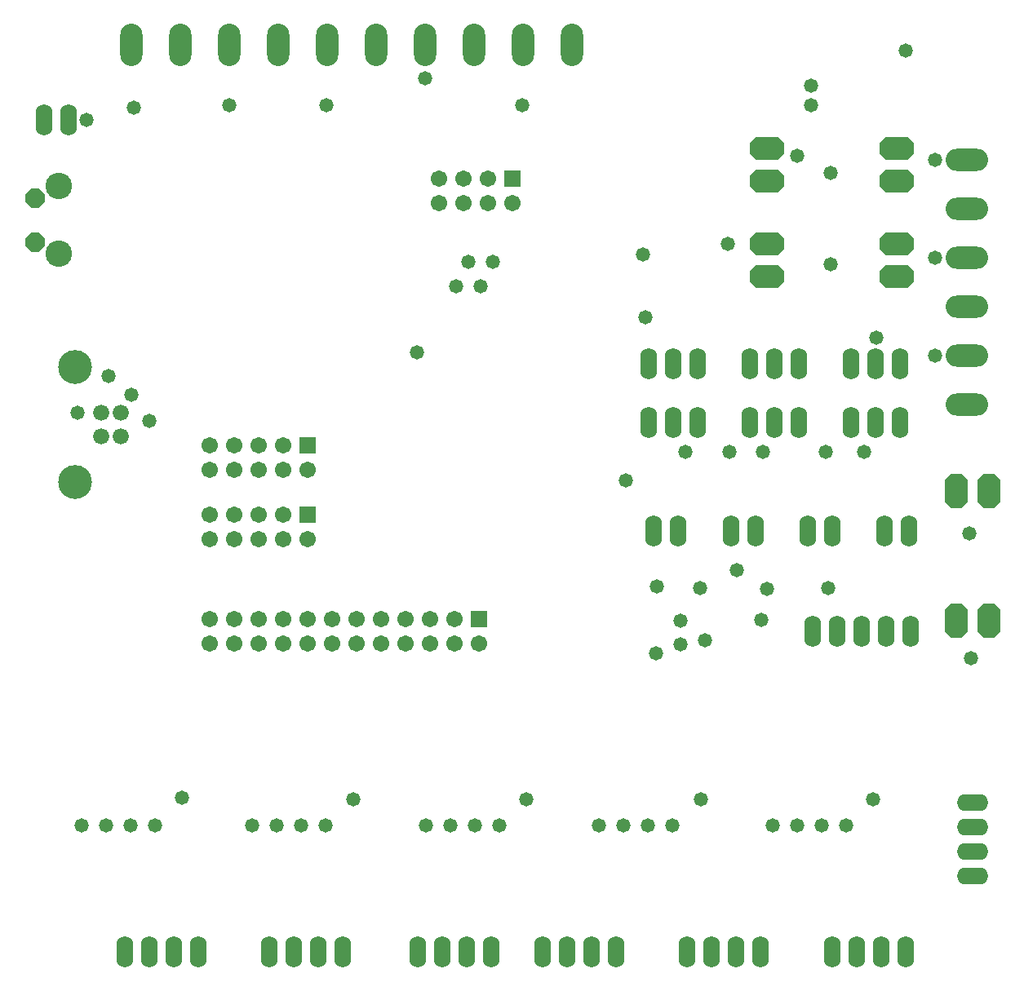
<source format=gbs>
G04 Layer_Color=16711935*
%FSLAX24Y24*%
%MOIN*%
G70*
G01*
G75*
%ADD91C,0.0580*%
%ADD241R,0.0671X0.0671*%
%ADD242C,0.0671*%
%ADD243O,0.1280X0.0680*%
%ADD244O,0.1730X0.0905*%
%ADD245P,0.0844X8X292.5*%
%ADD246C,0.1080*%
%ADD247O,0.0680X0.1280*%
%ADD248C,0.0660*%
%ADD249C,0.1385*%
G04:AMPARAMS|DCode=250|XSize=141mil|YSize=91mil|CornerRadius=0mil|HoleSize=0mil|Usage=FLASHONLY|Rotation=270.000|XOffset=0mil|YOffset=0mil|HoleType=Round|Shape=Octagon|*
%AMOCTAGOND250*
4,1,8,-0.0228,-0.0705,0.0228,-0.0705,0.0455,-0.0478,0.0455,0.0478,0.0228,0.0705,-0.0228,0.0705,-0.0455,0.0478,-0.0455,-0.0478,-0.0228,-0.0705,0.0*
%
%ADD250OCTAGOND250*%

G04:AMPARAMS|DCode=251|XSize=141mil|YSize=91mil|CornerRadius=0mil|HoleSize=0mil|Usage=FLASHONLY|Rotation=180.000|XOffset=0mil|YOffset=0mil|HoleType=Round|Shape=Octagon|*
%AMOCTAGOND251*
4,1,8,-0.0705,0.0228,-0.0705,-0.0228,-0.0478,-0.0455,0.0478,-0.0455,0.0705,-0.0228,0.0705,0.0228,0.0478,0.0455,-0.0478,0.0455,-0.0705,0.0228,0.0*
%
%ADD251OCTAGOND251*%

%ADD252O,0.0905X0.1730*%
D91*
X33386Y29537D02*
D03*
Y33278D02*
D03*
X39035Y18533D02*
D03*
X2618Y23474D02*
D03*
X5541Y23140D02*
D03*
X16810Y37150D02*
D03*
X39104Y13435D02*
D03*
X37628Y25820D02*
D03*
X29160Y30380D02*
D03*
X37628Y29813D02*
D03*
X32020Y33970D02*
D03*
X37628Y33825D02*
D03*
X2990Y35450D02*
D03*
X25699Y29951D02*
D03*
X36450Y38280D02*
D03*
X26250Y13655D02*
D03*
X30551Y15010D02*
D03*
X20940Y7670D02*
D03*
X28050Y16310D02*
D03*
X26270Y16390D02*
D03*
X27250Y14970D02*
D03*
X28250Y14190D02*
D03*
X29550Y17060D02*
D03*
X27440Y21880D02*
D03*
X30610D02*
D03*
X34730D02*
D03*
X25020Y20700D02*
D03*
X29240Y21880D02*
D03*
X33180D02*
D03*
X4900Y35950D02*
D03*
X8800Y36060D02*
D03*
X12770D02*
D03*
X20790D02*
D03*
X6870Y7730D02*
D03*
X13860Y7680D02*
D03*
X28070D02*
D03*
X35120D02*
D03*
X30760Y16270D02*
D03*
X33290Y16300D02*
D03*
X35226Y26545D02*
D03*
X17835Y6620D02*
D03*
X16835D02*
D03*
X19835D02*
D03*
X18835D02*
D03*
X2776D02*
D03*
X9744D02*
D03*
X23921D02*
D03*
X31010D02*
D03*
X3776D02*
D03*
X10744D02*
D03*
X24921D02*
D03*
X32010D02*
D03*
X5776D02*
D03*
X12744D02*
D03*
X26921D02*
D03*
X34010D02*
D03*
X4776D02*
D03*
X11744D02*
D03*
X25921D02*
D03*
X33010D02*
D03*
X25807Y27382D02*
D03*
X3860Y24990D02*
D03*
X4820Y24200D02*
D03*
X16460Y25930D02*
D03*
X19580Y29630D02*
D03*
X19090Y28630D02*
D03*
X18590Y29630D02*
D03*
X18090Y28630D02*
D03*
X27250Y14000D02*
D03*
X32559Y36053D02*
D03*
X32579Y36850D02*
D03*
D241*
X12010Y22150D02*
D03*
Y19300D02*
D03*
X19010Y15060D02*
D03*
X20380Y33030D02*
D03*
D242*
X12010Y21150D02*
D03*
X11010Y22150D02*
D03*
Y21150D02*
D03*
X10010Y22150D02*
D03*
Y21150D02*
D03*
X9010Y22150D02*
D03*
Y21150D02*
D03*
X8010Y22150D02*
D03*
Y21150D02*
D03*
X12010Y18300D02*
D03*
X11010Y19300D02*
D03*
Y18300D02*
D03*
X10010Y19300D02*
D03*
Y18300D02*
D03*
X9010Y19300D02*
D03*
Y18300D02*
D03*
X8010Y19300D02*
D03*
Y18300D02*
D03*
Y14060D02*
D03*
Y15060D02*
D03*
X9010Y14060D02*
D03*
Y15060D02*
D03*
X10010Y14060D02*
D03*
Y15060D02*
D03*
X11010Y14060D02*
D03*
Y15060D02*
D03*
X12010Y14060D02*
D03*
Y15060D02*
D03*
X13010Y14060D02*
D03*
Y15060D02*
D03*
X14010Y14060D02*
D03*
Y15060D02*
D03*
X15010Y14060D02*
D03*
Y15060D02*
D03*
X16010Y14060D02*
D03*
Y15060D02*
D03*
X17010Y14060D02*
D03*
Y15060D02*
D03*
X18010Y14060D02*
D03*
Y15060D02*
D03*
X19010Y14060D02*
D03*
X20380Y32030D02*
D03*
X19380Y33030D02*
D03*
Y32030D02*
D03*
X18380Y33030D02*
D03*
Y32030D02*
D03*
X17380Y33030D02*
D03*
Y32030D02*
D03*
D243*
X39180Y4550D02*
D03*
Y5550D02*
D03*
Y6550D02*
D03*
Y7550D02*
D03*
D244*
X38950Y23825D02*
D03*
Y25825D02*
D03*
Y27825D02*
D03*
Y33825D02*
D03*
Y31825D02*
D03*
Y29825D02*
D03*
D245*
X860Y32240D02*
D03*
Y30460D02*
D03*
D246*
X1840Y32730D02*
D03*
Y29970D02*
D03*
D247*
X33450Y1450D02*
D03*
X34450D02*
D03*
X35450D02*
D03*
X36450D02*
D03*
X27500D02*
D03*
X28500D02*
D03*
X29500D02*
D03*
X30500D02*
D03*
X10450D02*
D03*
X11450D02*
D03*
X12450D02*
D03*
X13450D02*
D03*
X4550D02*
D03*
X5550D02*
D03*
X6550D02*
D03*
X7550D02*
D03*
X36580Y18630D02*
D03*
X35580D02*
D03*
X33450D02*
D03*
X32450D02*
D03*
X30300D02*
D03*
X29300D02*
D03*
X27130D02*
D03*
X26130D02*
D03*
X19500Y1450D02*
D03*
X18500D02*
D03*
X17500D02*
D03*
X16500D02*
D03*
X24600D02*
D03*
X23600D02*
D03*
X22600D02*
D03*
X21600D02*
D03*
X25950Y23090D02*
D03*
X26950D02*
D03*
X27950D02*
D03*
X32085D02*
D03*
X31085D02*
D03*
X30085D02*
D03*
X34220D02*
D03*
X35220D02*
D03*
X36220D02*
D03*
X25950Y25490D02*
D03*
X26950D02*
D03*
X27950D02*
D03*
X36220D02*
D03*
X35220D02*
D03*
X34220D02*
D03*
X30085D02*
D03*
X31085D02*
D03*
X32085D02*
D03*
X2240Y35450D02*
D03*
X1240D02*
D03*
X36650Y14550D02*
D03*
X32650D02*
D03*
X33650D02*
D03*
X34650D02*
D03*
X35650D02*
D03*
D248*
X4360Y22500D02*
D03*
Y23492D02*
D03*
X3570D02*
D03*
Y22500D02*
D03*
D249*
X2500Y25362D02*
D03*
Y20630D02*
D03*
D250*
X39843Y14988D02*
D03*
X38503D02*
D03*
Y20288D02*
D03*
X39843D02*
D03*
D251*
X36060Y29030D02*
D03*
Y30370D02*
D03*
X30760D02*
D03*
Y29030D02*
D03*
X36060Y32930D02*
D03*
Y34270D02*
D03*
X30760D02*
D03*
Y32930D02*
D03*
D252*
X22800Y38520D02*
D03*
X20800D02*
D03*
X18800D02*
D03*
X16800D02*
D03*
X14800D02*
D03*
X12800D02*
D03*
X10800D02*
D03*
X8800D02*
D03*
X6800D02*
D03*
X4800D02*
D03*
M02*

</source>
